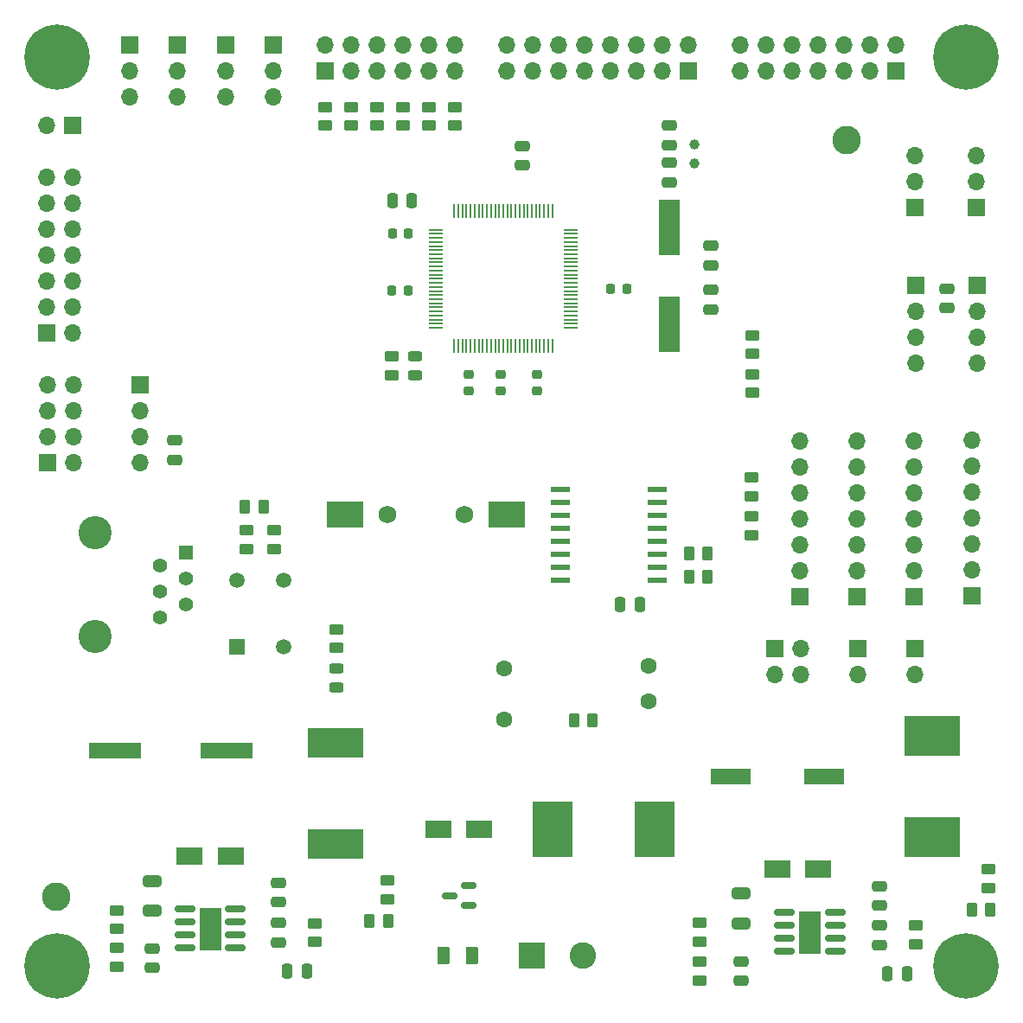
<source format=gbr>
%TF.GenerationSoftware,KiCad,Pcbnew,(6.0.2)*%
%TF.CreationDate,2022-02-23T19:08:17-05:00*%
%TF.ProjectId,SDP,5344502e-6b69-4636-9164-5f7063625858,rev?*%
%TF.SameCoordinates,Original*%
%TF.FileFunction,Soldermask,Top*%
%TF.FilePolarity,Negative*%
%FSLAX46Y46*%
G04 Gerber Fmt 4.6, Leading zero omitted, Abs format (unit mm)*
G04 Created by KiCad (PCBNEW (6.0.2)) date 2022-02-23 19:08:17*
%MOMM*%
%LPD*%
G01*
G04 APERTURE LIST*
G04 Aperture macros list*
%AMRoundRect*
0 Rectangle with rounded corners*
0 $1 Rounding radius*
0 $2 $3 $4 $5 $6 $7 $8 $9 X,Y pos of 4 corners*
0 Add a 4 corners polygon primitive as box body*
4,1,4,$2,$3,$4,$5,$6,$7,$8,$9,$2,$3,0*
0 Add four circle primitives for the rounded corners*
1,1,$1+$1,$2,$3*
1,1,$1+$1,$4,$5*
1,1,$1+$1,$6,$7*
1,1,$1+$1,$8,$9*
0 Add four rect primitives between the rounded corners*
20,1,$1+$1,$2,$3,$4,$5,0*
20,1,$1+$1,$4,$5,$6,$7,0*
20,1,$1+$1,$6,$7,$8,$9,0*
20,1,$1+$1,$8,$9,$2,$3,0*%
G04 Aperture macros list end*
%ADD10C,0.120000*%
%ADD11RoundRect,0.250000X-0.450000X0.262500X-0.450000X-0.262500X0.450000X-0.262500X0.450000X0.262500X0*%
%ADD12R,2.500000X1.800000*%
%ADD13R,1.700000X1.700000*%
%ADD14O,1.700000X1.700000*%
%ADD15RoundRect,0.250000X-0.475000X0.250000X-0.475000X-0.250000X0.475000X-0.250000X0.475000X0.250000X0*%
%ADD16R,3.860800X5.511800*%
%ADD17RoundRect,0.250000X0.450000X-0.262500X0.450000X0.262500X-0.450000X0.262500X-0.450000X-0.262500X0*%
%ADD18RoundRect,0.250000X0.262500X0.450000X-0.262500X0.450000X-0.262500X-0.450000X0.262500X-0.450000X0*%
%ADD19RoundRect,0.250000X-0.250000X-0.475000X0.250000X-0.475000X0.250000X0.475000X-0.250000X0.475000X0*%
%ADD20RoundRect,0.243750X0.456250X-0.243750X0.456250X0.243750X-0.456250X0.243750X-0.456250X-0.243750X0*%
%ADD21C,6.400000*%
%ADD22RoundRect,0.250000X0.375000X0.625000X-0.375000X0.625000X-0.375000X-0.625000X0.375000X-0.625000X0*%
%ADD23RoundRect,0.250000X0.650000X-0.325000X0.650000X0.325000X-0.650000X0.325000X-0.650000X-0.325000X0*%
%ADD24RoundRect,0.250000X0.475000X-0.250000X0.475000X0.250000X-0.475000X0.250000X-0.475000X-0.250000X0*%
%ADD25R,5.511800X3.860800*%
%ADD26R,1.498000X1.498000*%
%ADD27C,1.498000*%
%ADD28C,1.600000*%
%ADD29RoundRect,0.250000X0.250000X0.475000X-0.250000X0.475000X-0.250000X-0.475000X0.250000X-0.475000X0*%
%ADD30R,2.000000X5.500000*%
%ADD31R,2.600000X2.600000*%
%ADD32C,2.600000*%
%ADD33RoundRect,0.225000X-0.250000X0.225000X-0.250000X-0.225000X0.250000X-0.225000X0.250000X0.225000X0*%
%ADD34RoundRect,0.150000X-0.825000X-0.150000X0.825000X-0.150000X0.825000X0.150000X-0.825000X0.150000X0*%
%ADD35C,2.800000*%
%ADD36R,3.911600X1.498600*%
%ADD37C,3.250000*%
%ADD38R,1.398000X1.398000*%
%ADD39C,1.398000*%
%ADD40RoundRect,0.150000X0.587500X0.150000X-0.587500X0.150000X-0.587500X-0.150000X0.587500X-0.150000X0*%
%ADD41R,5.400000X2.900000*%
%ADD42RoundRect,0.225000X0.225000X0.250000X-0.225000X0.250000X-0.225000X-0.250000X0.225000X-0.250000X0*%
%ADD43R,1.879600X0.533400*%
%ADD44RoundRect,0.243750X-0.456250X0.243750X-0.456250X-0.243750X0.456250X-0.243750X0.456250X0.243750X0*%
%ADD45RoundRect,0.225000X-0.225000X-0.250000X0.225000X-0.250000X0.225000X0.250000X-0.225000X0.250000X0*%
%ADD46R,1.473200X0.228600*%
%ADD47R,0.228600X1.473200*%
%ADD48R,5.105400X1.600200*%
%ADD49RoundRect,0.250000X-0.262500X-0.450000X0.262500X-0.450000X0.262500X0.450000X-0.262500X0.450000X0*%
%ADD50R,3.606800X2.590800*%
%ADD51C,1.752600*%
%ADD52C,1.000000*%
G04 APERTURE END LIST*
D10*
%TO.C,U2*%
X95758000Y-131980000D02*
X97790000Y-131980000D01*
X97790000Y-131980000D02*
X97790000Y-136044000D01*
X97790000Y-136044000D02*
X95758000Y-136044000D01*
X95758000Y-136044000D02*
X95758000Y-131980000D01*
G36*
X95758000Y-131980000D02*
G01*
X97790000Y-131980000D01*
X97790000Y-136044000D01*
X95758000Y-136044000D01*
X95758000Y-131980000D01*
G37*
%TO.C,U1*%
X154476450Y-132310200D02*
X156508450Y-132310200D01*
X156508450Y-132310200D02*
X156508450Y-136374200D01*
X156508450Y-136374200D02*
X154476450Y-136374200D01*
X154476450Y-136374200D02*
X154476450Y-132310200D01*
G36*
X154476450Y-132310200D02*
G01*
X156508450Y-132310200D01*
X156508450Y-136374200D01*
X154476450Y-136374200D01*
X154476450Y-132310200D01*
G37*
%TD*%
D11*
%TO.C,R14*%
X149758000Y-89846000D03*
X149758000Y-91671000D03*
%TD*%
D12*
%TO.C,D3*%
X156330400Y-128220800D03*
X152330400Y-128220800D03*
%TD*%
D13*
%TO.C,J15*%
X93599000Y-47525000D03*
D14*
X93599000Y-50065000D03*
X93599000Y-52605000D03*
%TD*%
D15*
%TO.C,C18*%
X103505000Y-129506000D03*
X103505000Y-131406000D03*
%TD*%
D16*
%TO.C,L3*%
X130302000Y-124258400D03*
X140258800Y-124258400D03*
%TD*%
D13*
%TO.C,J27*%
X143637000Y-50044600D03*
D14*
X143637000Y-47504600D03*
X141097000Y-50044600D03*
X141097000Y-47504600D03*
X138557000Y-50044600D03*
X138557000Y-47504600D03*
X136017000Y-50044600D03*
X136017000Y-47504600D03*
X133477000Y-50044600D03*
X133477000Y-47504600D03*
X130937000Y-50044600D03*
X130937000Y-47504600D03*
X128397000Y-50044600D03*
X128397000Y-47504600D03*
X125857000Y-50044600D03*
X125857000Y-47504600D03*
%TD*%
D17*
%TO.C,R4*%
X109169200Y-106527300D03*
X109169200Y-104702300D03*
%TD*%
D13*
%TO.C,J2*%
X88900000Y-47525000D03*
D14*
X88900000Y-50065000D03*
X88900000Y-52605000D03*
%TD*%
D17*
%TO.C,R23*%
X115697000Y-55397100D03*
X115697000Y-53572100D03*
%TD*%
%TO.C,R25*%
X120777000Y-55397100D03*
X120777000Y-53572100D03*
%TD*%
D18*
%TO.C,R5*%
X173175300Y-132157800D03*
X171350300Y-132157800D03*
%TD*%
D19*
%TO.C,C15*%
X104333000Y-138203000D03*
X106233000Y-138203000D03*
%TD*%
D20*
%TO.C,D5*%
X116840000Y-79831500D03*
X116840000Y-77956500D03*
%TD*%
D13*
%TO.C,J24*%
X163957000Y-50038000D03*
D14*
X163957000Y-47498000D03*
X161417000Y-50038000D03*
X161417000Y-47498000D03*
X158877000Y-50038000D03*
X158877000Y-47498000D03*
X156337000Y-50038000D03*
X156337000Y-47498000D03*
X153797000Y-50038000D03*
X153797000Y-47498000D03*
X151257000Y-50038000D03*
X151257000Y-47498000D03*
X148717000Y-50038000D03*
X148717000Y-47498000D03*
%TD*%
D13*
%TO.C,J12*%
X171407000Y-101459200D03*
D14*
X171407000Y-98919200D03*
X171407000Y-96379200D03*
X171407000Y-93839200D03*
X171407000Y-91299200D03*
X171407000Y-88759200D03*
X171407000Y-86219200D03*
%TD*%
D21*
%TO.C,H3*%
X170788000Y-137668000D03*
%TD*%
D22*
%TO.C,F1*%
X122445600Y-136610800D03*
X119645600Y-136610800D03*
%TD*%
D23*
%TO.C,C14*%
X91109800Y-132286600D03*
X91109800Y-129336600D03*
%TD*%
D24*
%TO.C,C23*%
X93345000Y-88099000D03*
X93345000Y-86199000D03*
%TD*%
D25*
%TO.C,L1*%
X167436800Y-125071200D03*
X167436800Y-115114400D03*
%TD*%
D26*
%TO.C,SW1*%
X99436300Y-106401000D03*
D27*
X99436300Y-99901000D03*
X103936300Y-106401000D03*
X103936300Y-99901000D03*
%TD*%
D13*
%TO.C,J5*%
X89941000Y-80809000D03*
D14*
X89941000Y-83349000D03*
X89941000Y-85889000D03*
X89941000Y-88429000D03*
%TD*%
D12*
%TO.C,D4*%
X98774000Y-126900000D03*
X94774000Y-126900000D03*
%TD*%
D11*
%TO.C,R3*%
X144703800Y-137239700D03*
X144703800Y-139064700D03*
%TD*%
D21*
%TO.C,H2*%
X170788000Y-48668000D03*
%TD*%
D13*
%TO.C,J11*%
X165735000Y-101500000D03*
D14*
X165735000Y-98960000D03*
X165735000Y-96420000D03*
X165735000Y-93880000D03*
X165735000Y-91340000D03*
X165735000Y-88800000D03*
X165735000Y-86260000D03*
%TD*%
D17*
%TO.C,R6*%
X165862000Y-135534100D03*
X165862000Y-133709100D03*
%TD*%
D11*
%TO.C,R47*%
X103032500Y-94999500D03*
X103032500Y-96824500D03*
%TD*%
D28*
%TO.C,C40*%
X125526800Y-113499600D03*
X125526800Y-108499600D03*
%TD*%
D13*
%TO.C,J10*%
X108077000Y-50065000D03*
D14*
X108077000Y-47525000D03*
X110617000Y-50065000D03*
X110617000Y-47525000D03*
X113157000Y-50065000D03*
X113157000Y-47525000D03*
X115697000Y-50065000D03*
X115697000Y-47525000D03*
X118237000Y-50065000D03*
X118237000Y-47525000D03*
X120777000Y-50065000D03*
X120777000Y-47525000D03*
%TD*%
D29*
%TO.C,C1*%
X116520000Y-62765000D03*
X114620000Y-62765000D03*
%TD*%
D30*
%TO.C,Y1*%
X141732000Y-74881000D03*
X141732000Y-65381000D03*
%TD*%
D13*
%TO.C,J13*%
X165786200Y-63400000D03*
D14*
X165786200Y-60860000D03*
X165786200Y-58320000D03*
%TD*%
D13*
%TO.C,J14*%
X171831000Y-63400000D03*
D14*
X171831000Y-60860000D03*
X171831000Y-58320000D03*
%TD*%
D18*
%TO.C,R49*%
X134211700Y-113590400D03*
X132386700Y-113590400D03*
%TD*%
D15*
%TO.C,C20*%
X145796000Y-71467000D03*
X145796000Y-73367000D03*
%TD*%
D31*
%TO.C,J26*%
X128259200Y-136610800D03*
D32*
X133259200Y-136610800D03*
%TD*%
D13*
%TO.C,J18*%
X152095200Y-106558400D03*
D14*
X152095200Y-109098400D03*
X154635200Y-106558400D03*
X154635200Y-109098400D03*
%TD*%
D33*
%TO.C,C6*%
X128778000Y-79770000D03*
X128778000Y-81320000D03*
%TD*%
D34*
%TO.C,U2*%
X94299000Y-132107000D03*
X94299000Y-133377000D03*
X94299000Y-134647000D03*
X94299000Y-135917000D03*
X99249000Y-135917000D03*
X99249000Y-134647000D03*
X99249000Y-133377000D03*
X99249000Y-132107000D03*
%TD*%
D18*
%TO.C,R17*%
X145476600Y-97258400D03*
X143651600Y-97258400D03*
%TD*%
D17*
%TO.C,R24*%
X118237000Y-55397100D03*
X118237000Y-53572100D03*
%TD*%
D24*
%TO.C,C24*%
X141747200Y-57287200D03*
X141747200Y-55387200D03*
%TD*%
D35*
%TO.C,TP2*%
X81737200Y-130860800D03*
%TD*%
D15*
%TO.C,C22*%
X168910000Y-71338400D03*
X168910000Y-73238400D03*
%TD*%
D35*
%TO.C,TP1*%
X159105600Y-56819800D03*
%TD*%
D11*
%TO.C,R8*%
X114173000Y-129289500D03*
X114173000Y-131114500D03*
%TD*%
D36*
%TO.C,C13*%
X156864050Y-119102200D03*
X147770850Y-119102200D03*
%TD*%
D15*
%TO.C,C17*%
X91135200Y-135932200D03*
X91135200Y-137832200D03*
%TD*%
D17*
%TO.C,R48*%
X100365500Y-96824500D03*
X100365500Y-94999500D03*
%TD*%
D13*
%TO.C,J6*%
X171856000Y-71040000D03*
D14*
X171856000Y-73580000D03*
X171856000Y-76120000D03*
X171856000Y-78660000D03*
%TD*%
D33*
%TO.C,C4*%
X122097800Y-79770000D03*
X122097800Y-81320000D03*
%TD*%
D13*
%TO.C,J1*%
X80752000Y-75699000D03*
D14*
X83292000Y-75699000D03*
X80752000Y-73159000D03*
X83292000Y-73159000D03*
X80752000Y-70619000D03*
X83292000Y-70619000D03*
X80752000Y-68079000D03*
X83292000Y-68079000D03*
X80752000Y-65539000D03*
X83292000Y-65539000D03*
X80752000Y-62999000D03*
X83292000Y-62999000D03*
X80752000Y-60459000D03*
X83292000Y-60459000D03*
%TD*%
D17*
%TO.C,R21*%
X110617000Y-55397100D03*
X110617000Y-53572100D03*
%TD*%
D24*
%TO.C,C16*%
X103505000Y-135343000D03*
X103505000Y-133443000D03*
%TD*%
D11*
%TO.C,R9*%
X87630000Y-135918900D03*
X87630000Y-137743900D03*
%TD*%
D24*
%TO.C,C21*%
X145796000Y-69049000D03*
X145796000Y-67149000D03*
%TD*%
D37*
%TO.C,J7*%
X85506500Y-95272000D03*
X85506500Y-105432000D03*
D38*
X94396500Y-97182000D03*
D39*
X91856500Y-98452000D03*
X94396500Y-99722000D03*
X91856500Y-100992000D03*
X94396500Y-102262000D03*
X91856500Y-103532000D03*
%TD*%
D40*
%TO.C,MOSFET1*%
X122095500Y-131726000D03*
X122095500Y-129826000D03*
X120220500Y-130776000D03*
%TD*%
D11*
%TO.C,R13*%
X149860000Y-75926000D03*
X149860000Y-77751000D03*
%TD*%
D34*
%TO.C,U1*%
X153017450Y-132437200D03*
X153017450Y-133707200D03*
X153017450Y-134977200D03*
X153017450Y-136247200D03*
X157967450Y-136247200D03*
X157967450Y-134977200D03*
X157967450Y-133707200D03*
X157967450Y-132437200D03*
%TD*%
D13*
%TO.C,J25*%
X165862000Y-71020000D03*
D14*
X165862000Y-73560000D03*
X165862000Y-76100000D03*
X165862000Y-78640000D03*
%TD*%
D21*
%TO.C,H1*%
X81788000Y-48668000D03*
%TD*%
D41*
%TO.C,L2*%
X109093000Y-125754000D03*
X109093000Y-115854000D03*
%TD*%
D33*
%TO.C,C5*%
X125222000Y-79770000D03*
X125222000Y-81320000D03*
%TD*%
D17*
%TO.C,R20*%
X108077000Y-55397100D03*
X108077000Y-53572100D03*
%TD*%
D42*
%TO.C,C3*%
X116141800Y-71553400D03*
X114591800Y-71553400D03*
%TD*%
D43*
%TO.C,U4*%
X140538200Y-99925400D03*
X140538200Y-98655400D03*
X140538200Y-97385400D03*
X140538200Y-96115400D03*
X140538200Y-94845400D03*
X140538200Y-93575400D03*
X140538200Y-92305400D03*
X140538200Y-91035400D03*
X131064000Y-91035400D03*
X131064000Y-92305400D03*
X131064000Y-93575400D03*
X131064000Y-94845400D03*
X131064000Y-96115400D03*
X131064000Y-97385400D03*
X131064000Y-98655400D03*
X131064000Y-99925400D03*
%TD*%
D42*
%TO.C,C2*%
X116179600Y-65965400D03*
X114629600Y-65965400D03*
%TD*%
D24*
%TO.C,C10*%
X162306000Y-135622400D03*
X162306000Y-133722400D03*
%TD*%
D18*
%TO.C,R16*%
X145476600Y-99544400D03*
X143651600Y-99544400D03*
%TD*%
D17*
%TO.C,R12*%
X149860000Y-81561000D03*
X149860000Y-79736000D03*
%TD*%
%TO.C,R22*%
X113157000Y-55397100D03*
X113157000Y-53572100D03*
%TD*%
D44*
%TO.C,D1*%
X109102200Y-108555300D03*
X109102200Y-110430300D03*
%TD*%
D18*
%TO.C,R10*%
X114196500Y-133250000D03*
X112371500Y-133250000D03*
%TD*%
D11*
%TO.C,R2*%
X172974000Y-128222700D03*
X172974000Y-130047700D03*
%TD*%
D45*
%TO.C,C7*%
X136004000Y-71401000D03*
X137554000Y-71401000D03*
%TD*%
D13*
%TO.C,J4*%
X165785800Y-106578400D03*
D14*
X165785800Y-109118400D03*
%TD*%
D46*
%TO.C,U3*%
X118859300Y-65584999D03*
X118859300Y-65985001D03*
X118859300Y-66385000D03*
X118859300Y-66785000D03*
X118859300Y-67185001D03*
X118859300Y-67585001D03*
X118859300Y-67985000D03*
X118859300Y-68384999D03*
X118859300Y-68785001D03*
X118859300Y-69185000D03*
X118859300Y-69584999D03*
X118859300Y-69985001D03*
X118859300Y-70385000D03*
X118859300Y-70784999D03*
X118859300Y-71185001D03*
X118859300Y-71585000D03*
X118859300Y-71984999D03*
X118859300Y-72384999D03*
X118859300Y-72785000D03*
X118859300Y-73184999D03*
X118859300Y-73584999D03*
X118859300Y-73985000D03*
X118859300Y-74385000D03*
X118859300Y-74784999D03*
X118859300Y-75185001D03*
D47*
X120675999Y-77001700D03*
X121076001Y-77001700D03*
X121476000Y-77001700D03*
X121876000Y-77001700D03*
X122276001Y-77001700D03*
X122676001Y-77001700D03*
X123076000Y-77001700D03*
X123475999Y-77001700D03*
X123876001Y-77001700D03*
X124276000Y-77001700D03*
X124675999Y-77001700D03*
X125076001Y-77001700D03*
X125476000Y-77001700D03*
X125875999Y-77001700D03*
X126276001Y-77001700D03*
X126676000Y-77001700D03*
X127075999Y-77001700D03*
X127475999Y-77001700D03*
X127876000Y-77001700D03*
X128275999Y-77001700D03*
X128675999Y-77001700D03*
X129076000Y-77001700D03*
X129476000Y-77001700D03*
X129875999Y-77001700D03*
X130275998Y-77001700D03*
D46*
X132092700Y-75185001D03*
X132092700Y-74784999D03*
X132092700Y-74385000D03*
X132092700Y-73985000D03*
X132092700Y-73584999D03*
X132092700Y-73184999D03*
X132092700Y-72785000D03*
X132092700Y-72385001D03*
X132092700Y-71984999D03*
X132092700Y-71585000D03*
X132092700Y-71185001D03*
X132092700Y-70784999D03*
X132092700Y-70385000D03*
X132092700Y-69985001D03*
X132092700Y-69584999D03*
X132092700Y-69185000D03*
X132092700Y-68785001D03*
X132092700Y-68385001D03*
X132092700Y-67985000D03*
X132092700Y-67585001D03*
X132092700Y-67185001D03*
X132092700Y-66785000D03*
X132092700Y-66385000D03*
X132092700Y-65985001D03*
X132092700Y-65585002D03*
D47*
X130276001Y-63768300D03*
X129875999Y-63768300D03*
X129476000Y-63768300D03*
X129076000Y-63768300D03*
X128675999Y-63768300D03*
X128275999Y-63768300D03*
X127876000Y-63768300D03*
X127476001Y-63768300D03*
X127075999Y-63768300D03*
X126676000Y-63768300D03*
X126276001Y-63768300D03*
X125875999Y-63768300D03*
X125476000Y-63768300D03*
X125076001Y-63768300D03*
X124675999Y-63768300D03*
X124276000Y-63768300D03*
X123876001Y-63768300D03*
X123476001Y-63768300D03*
X123076000Y-63768300D03*
X122676001Y-63768300D03*
X122276001Y-63768300D03*
X121876000Y-63768300D03*
X121476000Y-63768300D03*
X121076001Y-63768300D03*
X120676002Y-63768300D03*
%TD*%
D13*
%TO.C,J3*%
X80879000Y-88409000D03*
D14*
X83419000Y-88409000D03*
X80879000Y-85869000D03*
X83419000Y-85869000D03*
X80879000Y-83329000D03*
X83419000Y-83329000D03*
X80879000Y-80789000D03*
X83419000Y-80789000D03*
%TD*%
D13*
%TO.C,J16*%
X102997000Y-47525000D03*
D14*
X102997000Y-50065000D03*
X102997000Y-52605000D03*
%TD*%
D23*
%TO.C,C8*%
X148767800Y-133531200D03*
X148767800Y-130581200D03*
%TD*%
D21*
%TO.C,H4*%
X81788000Y-137668000D03*
%TD*%
D13*
%TO.C,J19*%
X160223200Y-106578400D03*
D14*
X160223200Y-109118400D03*
%TD*%
D11*
%TO.C,R7*%
X87630000Y-132210500D03*
X87630000Y-134035500D03*
%TD*%
D15*
%TO.C,C12*%
X162306000Y-129861600D03*
X162306000Y-131761600D03*
%TD*%
D48*
%TO.C,C19*%
X98425000Y-116562200D03*
X87503000Y-116562200D03*
%TD*%
D12*
%TO.C,D2*%
X123107200Y-124258400D03*
X119107200Y-124258400D03*
%TD*%
D13*
%TO.C,J8*%
X160147000Y-101500000D03*
D14*
X160147000Y-98960000D03*
X160147000Y-96420000D03*
X160147000Y-93880000D03*
X160147000Y-91340000D03*
X160147000Y-88800000D03*
X160147000Y-86260000D03*
%TD*%
D13*
%TO.C,J17*%
X98298000Y-47525000D03*
D14*
X98298000Y-50065000D03*
X98298000Y-52605000D03*
%TD*%
D49*
%TO.C,R18*%
X100179500Y-92737000D03*
X102004500Y-92737000D03*
%TD*%
D50*
%TO.C,B1*%
X110020100Y-93499000D03*
X125818900Y-93499000D03*
D51*
X114173000Y-93499000D03*
X121666000Y-93499000D03*
%TD*%
D24*
%TO.C,C27*%
X127381000Y-59270000D03*
X127381000Y-57370000D03*
%TD*%
D13*
%TO.C,J9*%
X154559000Y-101500000D03*
D14*
X154559000Y-98960000D03*
X154559000Y-96420000D03*
X154559000Y-93880000D03*
X154559000Y-91340000D03*
X154559000Y-88800000D03*
X154559000Y-86260000D03*
%TD*%
D15*
%TO.C,C25*%
X141747200Y-59044800D03*
X141747200Y-60944800D03*
%TD*%
D19*
%TO.C,C9*%
X163083200Y-138406200D03*
X164983200Y-138406200D03*
%TD*%
D17*
%TO.C,R19*%
X114554000Y-79806500D03*
X114554000Y-77981500D03*
%TD*%
%TO.C,R15*%
X149783400Y-95481000D03*
X149783400Y-93656000D03*
%TD*%
D29*
%TO.C,C26*%
X138821200Y-102262000D03*
X136921200Y-102262000D03*
%TD*%
D11*
%TO.C,R1*%
X144703800Y-133429700D03*
X144703800Y-135254700D03*
%TD*%
D28*
%TO.C,C39*%
X139700000Y-111784400D03*
X139700000Y-108284400D03*
%TD*%
D17*
%TO.C,R11*%
X107061000Y-135305500D03*
X107061000Y-133480500D03*
%TD*%
D15*
%TO.C,C11*%
X148767800Y-137202200D03*
X148767800Y-139102200D03*
%TD*%
D52*
%TO.C,Y2*%
X144170400Y-57205800D03*
X144170400Y-59105800D03*
%TD*%
D13*
%TO.C,J20*%
X83286600Y-55372000D03*
D14*
X80746600Y-55372000D03*
%TD*%
M02*

</source>
